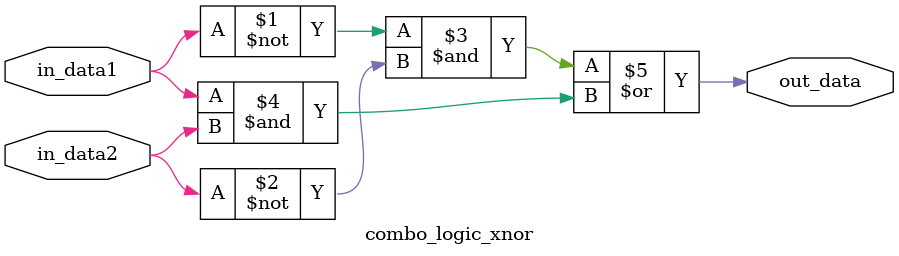
<source format=sv>
module combo_logic_xnor (in_data1, in_data2, out_data);
    input wire in_data1, in_data2;
    output wire out_data;

    assign out_data = ~in_data1 & ~in_data2 | in_data1 & in_data2;
endmodule
</source>
